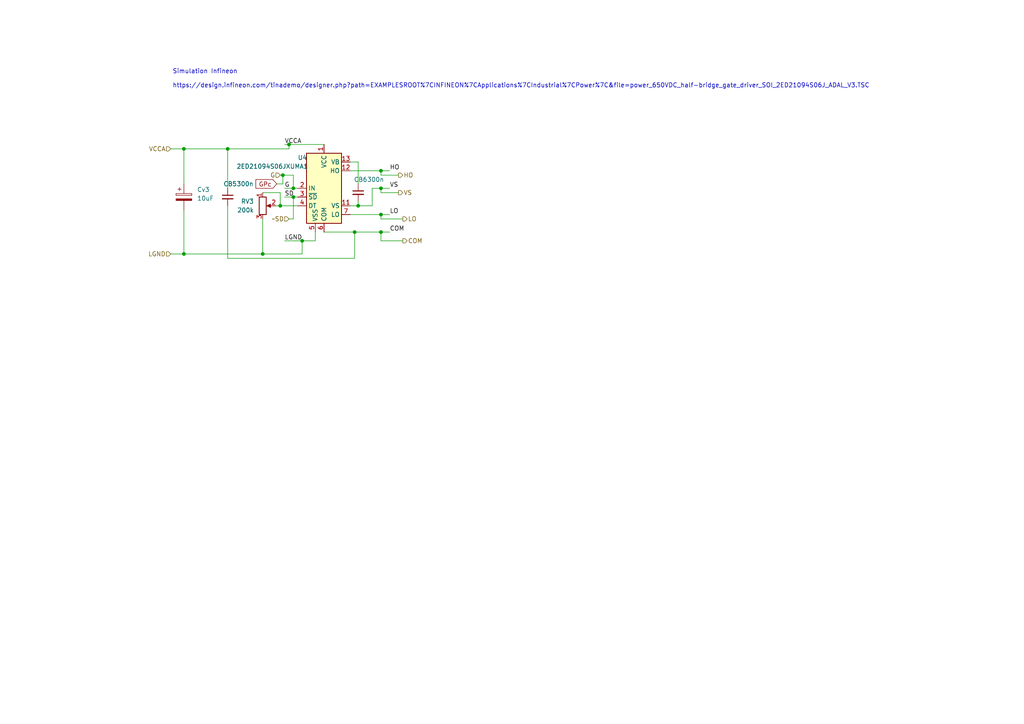
<source format=kicad_sch>
(kicad_sch (version 20211123) (generator eeschema)

  (uuid f2e25a2f-26ab-4a80-97f7-cc541a688707)

  (paper "A4")

  (title_block
    (title "Driver_board 3 phase inverter 6 Channel")
    (date "2022-09-01")
    (rev "2")
    (company "Designed By - Yawar Badri")
    (comment 3 "600V | 1200V | 600V")
  )

  (lib_symbols
    (symbol "Device:C_Polarized" (pin_numbers hide) (pin_names (offset 0.254)) (in_bom yes) (on_board yes)
      (property "Reference" "C" (id 0) (at 0.635 2.54 0)
        (effects (font (size 1.27 1.27)) (justify left))
      )
      (property "Value" "C_Polarized" (id 1) (at 0.635 -2.54 0)
        (effects (font (size 1.27 1.27)) (justify left))
      )
      (property "Footprint" "" (id 2) (at 0.9652 -3.81 0)
        (effects (font (size 1.27 1.27)) hide)
      )
      (property "Datasheet" "~" (id 3) (at 0 0 0)
        (effects (font (size 1.27 1.27)) hide)
      )
      (property "ki_keywords" "cap capacitor" (id 4) (at 0 0 0)
        (effects (font (size 1.27 1.27)) hide)
      )
      (property "ki_description" "Polarized capacitor" (id 5) (at 0 0 0)
        (effects (font (size 1.27 1.27)) hide)
      )
      (property "ki_fp_filters" "CP_*" (id 6) (at 0 0 0)
        (effects (font (size 1.27 1.27)) hide)
      )
      (symbol "C_Polarized_0_1"
        (rectangle (start -2.286 0.508) (end 2.286 1.016)
          (stroke (width 0) (type default) (color 0 0 0 0))
          (fill (type none))
        )
        (polyline
          (pts
            (xy -1.778 2.286)
            (xy -0.762 2.286)
          )
          (stroke (width 0) (type default) (color 0 0 0 0))
          (fill (type none))
        )
        (polyline
          (pts
            (xy -1.27 2.794)
            (xy -1.27 1.778)
          )
          (stroke (width 0) (type default) (color 0 0 0 0))
          (fill (type none))
        )
        (rectangle (start 2.286 -0.508) (end -2.286 -1.016)
          (stroke (width 0) (type default) (color 0 0 0 0))
          (fill (type outline))
        )
      )
      (symbol "C_Polarized_1_1"
        (pin passive line (at 0 3.81 270) (length 2.794)
          (name "~" (effects (font (size 1.27 1.27))))
          (number "1" (effects (font (size 1.27 1.27))))
        )
        (pin passive line (at 0 -3.81 90) (length 2.794)
          (name "~" (effects (font (size 1.27 1.27))))
          (number "2" (effects (font (size 1.27 1.27))))
        )
      )
    )
    (symbol "Device:C_Small" (pin_numbers hide) (pin_names (offset 0.254) hide) (in_bom yes) (on_board yes)
      (property "Reference" "C" (id 0) (at 0.254 1.778 0)
        (effects (font (size 1.27 1.27)) (justify left))
      )
      (property "Value" "C_Small" (id 1) (at 0.254 -2.032 0)
        (effects (font (size 1.27 1.27)) (justify left))
      )
      (property "Footprint" "" (id 2) (at 0 0 0)
        (effects (font (size 1.27 1.27)) hide)
      )
      (property "Datasheet" "~" (id 3) (at 0 0 0)
        (effects (font (size 1.27 1.27)) hide)
      )
      (property "ki_keywords" "capacitor cap" (id 4) (at 0 0 0)
        (effects (font (size 1.27 1.27)) hide)
      )
      (property "ki_description" "Unpolarized capacitor, small symbol" (id 5) (at 0 0 0)
        (effects (font (size 1.27 1.27)) hide)
      )
      (property "ki_fp_filters" "C_*" (id 6) (at 0 0 0)
        (effects (font (size 1.27 1.27)) hide)
      )
      (symbol "C_Small_0_1"
        (polyline
          (pts
            (xy -1.524 -0.508)
            (xy 1.524 -0.508)
          )
          (stroke (width 0.3302) (type default) (color 0 0 0 0))
          (fill (type none))
        )
        (polyline
          (pts
            (xy -1.524 0.508)
            (xy 1.524 0.508)
          )
          (stroke (width 0.3048) (type default) (color 0 0 0 0))
          (fill (type none))
        )
      )
      (symbol "C_Small_1_1"
        (pin passive line (at 0 2.54 270) (length 2.032)
          (name "~" (effects (font (size 1.27 1.27))))
          (number "1" (effects (font (size 1.27 1.27))))
        )
        (pin passive line (at 0 -2.54 90) (length 2.032)
          (name "~" (effects (font (size 1.27 1.27))))
          (number "2" (effects (font (size 1.27 1.27))))
        )
      )
    )
    (symbol "Device:R_Potentiometer" (pin_names (offset 1.016) hide) (in_bom yes) (on_board yes)
      (property "Reference" "RV" (id 0) (at -4.445 0 90)
        (effects (font (size 1.27 1.27)))
      )
      (property "Value" "R_Potentiometer" (id 1) (at -2.54 0 90)
        (effects (font (size 1.27 1.27)))
      )
      (property "Footprint" "" (id 2) (at 0 0 0)
        (effects (font (size 1.27 1.27)) hide)
      )
      (property "Datasheet" "~" (id 3) (at 0 0 0)
        (effects (font (size 1.27 1.27)) hide)
      )
      (property "ki_keywords" "resistor variable" (id 4) (at 0 0 0)
        (effects (font (size 1.27 1.27)) hide)
      )
      (property "ki_description" "Potentiometer" (id 5) (at 0 0 0)
        (effects (font (size 1.27 1.27)) hide)
      )
      (property "ki_fp_filters" "Potentiometer*" (id 6) (at 0 0 0)
        (effects (font (size 1.27 1.27)) hide)
      )
      (symbol "R_Potentiometer_0_1"
        (polyline
          (pts
            (xy 2.54 0)
            (xy 1.524 0)
          )
          (stroke (width 0) (type default) (color 0 0 0 0))
          (fill (type none))
        )
        (polyline
          (pts
            (xy 1.143 0)
            (xy 2.286 0.508)
            (xy 2.286 -0.508)
            (xy 1.143 0)
          )
          (stroke (width 0) (type default) (color 0 0 0 0))
          (fill (type outline))
        )
        (rectangle (start 1.016 2.54) (end -1.016 -2.54)
          (stroke (width 0.254) (type default) (color 0 0 0 0))
          (fill (type none))
        )
      )
      (symbol "R_Potentiometer_1_1"
        (pin passive line (at 0 3.81 270) (length 1.27)
          (name "1" (effects (font (size 1.27 1.27))))
          (number "1" (effects (font (size 1.27 1.27))))
        )
        (pin passive line (at 3.81 0 180) (length 1.27)
          (name "2" (effects (font (size 1.27 1.27))))
          (number "2" (effects (font (size 1.27 1.27))))
        )
        (pin passive line (at 0 -3.81 90) (length 1.27)
          (name "3" (effects (font (size 1.27 1.27))))
          (number "3" (effects (font (size 1.27 1.27))))
        )
      )
    )
    (symbol "Driver_FET:IR21094" (in_bom yes) (on_board yes)
      (property "Reference" "U" (id 0) (at 1.27 13.97 0)
        (effects (font (size 1.27 1.27)) (justify left))
      )
      (property "Value" "IR21094" (id 1) (at 1.27 11.43 0)
        (effects (font (size 1.27 1.27)) (justify left))
      )
      (property "Footprint" "" (id 2) (at 0 0 0)
        (effects (font (size 1.27 1.27) italic) hide)
      )
      (property "Datasheet" "https://www.infineon.com/dgdl/ir2109.pdf?fileId=5546d462533600a4015355c7e85b1679" (id 3) (at 0 0 0)
        (effects (font (size 1.27 1.27)) hide)
      )
      (property "ki_keywords" "Gate Driver" (id 4) (at 0 0 0)
        (effects (font (size 1.27 1.27)) hide)
      )
      (property "ki_description" "Half-Bridge Driver, 600V, 200/350mA, PDIP-14/SOIC-14" (id 5) (at 0 0 0)
        (effects (font (size 1.27 1.27)) hide)
      )
      (property "ki_fp_filters" "SOIC*3.9x8.7mm*P1.27mm* DIP*W7.62mm*" (id 6) (at 0 0 0)
        (effects (font (size 1.27 1.27)) hide)
      )
      (symbol "IR21094_0_1"
        (rectangle (start -5.08 -10.16) (end 5.08 10.16)
          (stroke (width 0.254) (type default) (color 0 0 0 0))
          (fill (type background))
        )
      )
      (symbol "IR21094_1_1"
        (pin power_in line (at 0 12.7 270) (length 2.54)
          (name "VCC" (effects (font (size 1.27 1.27))))
          (number "1" (effects (font (size 1.27 1.27))))
        )
        (pin no_connect line (at -5.08 2.54 0) (length 2.54) hide
          (name "NC" (effects (font (size 1.27 1.27))))
          (number "10" (effects (font (size 1.27 1.27))))
        )
        (pin passive line (at 7.62 -5.08 180) (length 2.54)
          (name "VS" (effects (font (size 1.27 1.27))))
          (number "11" (effects (font (size 1.27 1.27))))
        )
        (pin output line (at 7.62 5.08 180) (length 2.54)
          (name "HO" (effects (font (size 1.27 1.27))))
          (number "12" (effects (font (size 1.27 1.27))))
        )
        (pin passive line (at 7.62 7.62 180) (length 2.54)
          (name "VB" (effects (font (size 1.27 1.27))))
          (number "13" (effects (font (size 1.27 1.27))))
        )
        (pin no_connect line (at 5.08 2.54 180) (length 2.54) hide
          (name "NC" (effects (font (size 1.27 1.27))))
          (number "14" (effects (font (size 1.27 1.27))))
        )
        (pin input line (at -7.62 0 0) (length 2.54)
          (name "IN" (effects (font (size 1.27 1.27))))
          (number "2" (effects (font (size 1.27 1.27))))
        )
        (pin input line (at -7.62 -2.54 0) (length 2.54)
          (name "~{SD}" (effects (font (size 1.27 1.27))))
          (number "3" (effects (font (size 1.27 1.27))))
        )
        (pin input line (at -7.62 -5.08 0) (length 2.54)
          (name "DT" (effects (font (size 1.27 1.27))))
          (number "4" (effects (font (size 1.27 1.27))))
        )
        (pin power_in line (at -2.54 -12.7 90) (length 2.54)
          (name "VSS" (effects (font (size 1.27 1.27))))
          (number "5" (effects (font (size 1.27 1.27))))
        )
        (pin power_in line (at 0 -12.7 90) (length 2.54)
          (name "COM" (effects (font (size 1.27 1.27))))
          (number "6" (effects (font (size 1.27 1.27))))
        )
        (pin output line (at 7.62 -7.62 180) (length 2.54)
          (name "LO" (effects (font (size 1.27 1.27))))
          (number "7" (effects (font (size 1.27 1.27))))
        )
        (pin no_connect line (at -5.08 7.62 0) (length 2.54) hide
          (name "NC" (effects (font (size 1.27 1.27))))
          (number "8" (effects (font (size 1.27 1.27))))
        )
        (pin no_connect line (at -5.08 5.08 0) (length 2.54) hide
          (name "NC" (effects (font (size 1.27 1.27))))
          (number "9" (effects (font (size 1.27 1.27))))
        )
      )
    )
  )

  (junction (at 53.34 73.66) (diameter 0) (color 0 0 0 0)
    (uuid 13ad0646-6752-498d-8217-3e9d7ea8abc5)
  )
  (junction (at 81.28 59.69) (diameter 0) (color 0 0 0 0)
    (uuid 1ad11571-1100-4b9d-90f8-8e8fd499f955)
  )
  (junction (at 103.886 59.69) (diameter 0) (color 0 0 0 0)
    (uuid 2fff460b-46ca-4517-8ba4-184fc49d9675)
  )
  (junction (at 110.49 54.61) (diameter 0) (color 0 0 0 0)
    (uuid 352dba98-21a1-44ca-8543-42ee45c28af9)
  )
  (junction (at 110.49 49.53) (diameter 0) (color 0 0 0 0)
    (uuid 36053f93-f0ea-4fdb-943a-99c5fa977e0f)
  )
  (junction (at 83.82 41.91) (diameter 0) (color 0 0 0 0)
    (uuid 4f6ac24b-3c9c-4ea8-9754-c883b853c3a4)
  )
  (junction (at 85.09 54.61) (diameter 0) (color 0 0 0 0)
    (uuid 7d35ed4e-9b4f-4e13-9c2d-fa6bbb6b0e56)
  )
  (junction (at 76.2 73.66) (diameter 0) (color 0 0 0 0)
    (uuid 997399fd-295e-45f7-b355-4cbad21dc3a8)
  )
  (junction (at 110.49 67.31) (diameter 0) (color 0 0 0 0)
    (uuid a2623c01-0ba0-4cc9-b154-b24b8c9b1cb8)
  )
  (junction (at 53.34 43.18) (diameter 0) (color 0 0 0 0)
    (uuid aed428b2-c571-4bf2-b4cc-f91c49e9847a)
  )
  (junction (at 82.042 50.8) (diameter 0) (color 0 0 0 0)
    (uuid b83c0b65-9035-44f4-9939-bf63baaf6b52)
  )
  (junction (at 102.87 67.31) (diameter 0) (color 0 0 0 0)
    (uuid b9d56d2c-61a5-45f7-8335-a234be5cd865)
  )
  (junction (at 87.63 69.85) (diameter 0) (color 0 0 0 0)
    (uuid c4dc5d82-b8ec-4a86-826f-a76429195f5d)
  )
  (junction (at 110.49 62.23) (diameter 0) (color 0 0 0 0)
    (uuid d67adf12-b566-4ec0-9f6f-99b8a0886159)
  )
  (junction (at 85.09 57.15) (diameter 0) (color 0 0 0 0)
    (uuid ddb5dbcb-5090-4c5e-b5b6-a84e342a4255)
  )
  (junction (at 66.04 43.18) (diameter 0) (color 0 0 0 0)
    (uuid f6e307df-dda4-4d95-be58-8037c949508a)
  )

  (wire (pts (xy 83.82 63.5) (xy 85.09 63.5))
    (stroke (width 0) (type default) (color 0 0 0 0))
    (uuid 00a2b517-a8ec-4ec7-ad9e-e094955e6d40)
  )
  (wire (pts (xy 66.04 74.93) (xy 102.87 74.93))
    (stroke (width 0) (type default) (color 0 0 0 0))
    (uuid 047a3c94-8ee0-4ad2-a891-ef506d026edd)
  )
  (wire (pts (xy 87.63 73.66) (xy 87.63 69.85))
    (stroke (width 0) (type default) (color 0 0 0 0))
    (uuid 05d6e0ba-7e92-438e-a226-d3ea49f635b1)
  )
  (wire (pts (xy 110.49 63.5) (xy 110.49 62.23))
    (stroke (width 0) (type default) (color 0 0 0 0))
    (uuid 090e0038-be81-48e1-b8ce-d30b1d849003)
  )
  (wire (pts (xy 103.886 46.99) (xy 103.886 53.34))
    (stroke (width 0) (type default) (color 0 0 0 0))
    (uuid 09a32a2d-0782-4088-a13b-40c7310c7aa7)
  )
  (wire (pts (xy 85.09 63.5) (xy 85.09 57.15))
    (stroke (width 0) (type default) (color 0 0 0 0))
    (uuid 10a58d08-a5b7-4fcc-99d3-f1d148c66961)
  )
  (wire (pts (xy 102.87 67.31) (xy 110.49 67.31))
    (stroke (width 0) (type default) (color 0 0 0 0))
    (uuid 13109852-4976-4338-b08a-1bac8944fbac)
  )
  (wire (pts (xy 49.53 73.66) (xy 53.34 73.66))
    (stroke (width 0) (type default) (color 0 0 0 0))
    (uuid 192c8f92-6917-48e5-b001-d3c5eafe2bb9)
  )
  (wire (pts (xy 53.34 43.18) (xy 66.04 43.18))
    (stroke (width 0) (type default) (color 0 0 0 0))
    (uuid 1a5b8e2b-52f5-4b7f-94fd-53b8f7b67fcc)
  )
  (wire (pts (xy 101.6 46.99) (xy 103.886 46.99))
    (stroke (width 0) (type default) (color 0 0 0 0))
    (uuid 1d6f32a7-ddf3-45d0-a521-3fad494055ca)
  )
  (wire (pts (xy 116.84 63.5) (xy 110.49 63.5))
    (stroke (width 0) (type default) (color 0 0 0 0))
    (uuid 1da520b3-fcee-469a-8cad-a9e17863f198)
  )
  (wire (pts (xy 110.49 50.8) (xy 110.49 49.53))
    (stroke (width 0) (type default) (color 0 0 0 0))
    (uuid 1eb0e32a-b4e4-45a5-9ee2-1343e8150f2a)
  )
  (wire (pts (xy 116.84 69.85) (xy 110.49 69.85))
    (stroke (width 0) (type default) (color 0 0 0 0))
    (uuid 21785d01-7b85-4f60-8638-d0fc249190d9)
  )
  (wire (pts (xy 115.57 50.8) (xy 110.49 50.8))
    (stroke (width 0) (type default) (color 0 0 0 0))
    (uuid 2c5b27e7-5770-4a6f-bf1c-e1d4108e80bf)
  )
  (wire (pts (xy 53.34 53.34) (xy 53.34 43.18))
    (stroke (width 0) (type default) (color 0 0 0 0))
    (uuid 2f4ff540-4e53-4fa2-96ca-149e938ebf89)
  )
  (wire (pts (xy 66.04 59.69) (xy 66.04 74.93))
    (stroke (width 0) (type default) (color 0 0 0 0))
    (uuid 319252bc-4c48-4462-bc9c-dccaf9f61817)
  )
  (wire (pts (xy 110.49 54.61) (xy 113.03 54.61))
    (stroke (width 0) (type default) (color 0 0 0 0))
    (uuid 33b80eca-0ff9-43d6-b375-4ffaa4b5cc62)
  )
  (wire (pts (xy 80.01 59.69) (xy 81.28 59.69))
    (stroke (width 0) (type default) (color 0 0 0 0))
    (uuid 38b007e2-bb08-4855-8a46-9aab780faa52)
  )
  (wire (pts (xy 53.34 73.66) (xy 76.2 73.66))
    (stroke (width 0) (type default) (color 0 0 0 0))
    (uuid 3ce5066d-1e59-4c1a-86f9-919336f87d7f)
  )
  (wire (pts (xy 81.28 50.8) (xy 82.042 50.8))
    (stroke (width 0) (type default) (color 0 0 0 0))
    (uuid 4e000f0d-4721-48f7-8539-a24b8503aee9)
  )
  (wire (pts (xy 83.82 43.18) (xy 83.82 41.91))
    (stroke (width 0) (type default) (color 0 0 0 0))
    (uuid 4f3fc351-a2e5-4e9a-a032-4d8b5282d657)
  )
  (wire (pts (xy 82.042 53.34) (xy 82.042 50.8))
    (stroke (width 0) (type default) (color 0 0 0 0))
    (uuid 52b7a00f-cb87-403c-b62f-10114bf273fa)
  )
  (wire (pts (xy 85.09 54.61) (xy 86.36 54.61))
    (stroke (width 0) (type default) (color 0 0 0 0))
    (uuid 5307530a-9800-463b-8cec-0cc697c5f06a)
  )
  (wire (pts (xy 103.886 59.69) (xy 107.95 59.69))
    (stroke (width 0) (type default) (color 0 0 0 0))
    (uuid 537343b3-e81d-40f5-9597-c2d31637083d)
  )
  (wire (pts (xy 93.98 67.31) (xy 102.87 67.31))
    (stroke (width 0) (type default) (color 0 0 0 0))
    (uuid 5df3e23a-bf25-4ee1-8199-7d30996eecaf)
  )
  (wire (pts (xy 76.2 63.5) (xy 76.2 73.66))
    (stroke (width 0) (type default) (color 0 0 0 0))
    (uuid 62cc65bd-1ded-4338-92e2-445dde5a81c7)
  )
  (wire (pts (xy 87.63 69.85) (xy 91.44 69.85))
    (stroke (width 0) (type default) (color 0 0 0 0))
    (uuid 7728e0c0-7d79-4125-a90e-18fac883d57c)
  )
  (wire (pts (xy 85.09 57.15) (xy 82.55 57.15))
    (stroke (width 0) (type default) (color 0 0 0 0))
    (uuid 7847a0c0-802b-40db-8cbb-ce9858ae1430)
  )
  (wire (pts (xy 80.264 53.34) (xy 82.042 53.34))
    (stroke (width 0) (type default) (color 0 0 0 0))
    (uuid 7a5ac266-f448-470f-a33f-70cf47e41242)
  )
  (wire (pts (xy 66.04 43.18) (xy 83.82 43.18))
    (stroke (width 0) (type default) (color 0 0 0 0))
    (uuid 82820871-b925-43a4-a4f1-25daaaddfc60)
  )
  (wire (pts (xy 82.55 69.85) (xy 87.63 69.85))
    (stroke (width 0) (type default) (color 0 0 0 0))
    (uuid 850c5a54-03fb-4815-b22a-042d53bbd5b3)
  )
  (wire (pts (xy 110.49 55.88) (xy 110.49 54.61))
    (stroke (width 0) (type default) (color 0 0 0 0))
    (uuid 8ca294bd-ad97-4422-b9c2-a661437d4afc)
  )
  (wire (pts (xy 110.49 69.85) (xy 110.49 67.31))
    (stroke (width 0) (type default) (color 0 0 0 0))
    (uuid 91f792eb-0547-45e0-9535-69791f0227d9)
  )
  (wire (pts (xy 91.44 67.31) (xy 91.44 69.85))
    (stroke (width 0) (type default) (color 0 0 0 0))
    (uuid 96455191-f411-4b68-b98b-9ce64e1716cf)
  )
  (wire (pts (xy 86.36 57.15) (xy 85.09 57.15))
    (stroke (width 0) (type default) (color 0 0 0 0))
    (uuid 993f1204-acd8-427c-91c0-4d5573b1a10c)
  )
  (wire (pts (xy 81.28 55.88) (xy 81.28 59.69))
    (stroke (width 0) (type default) (color 0 0 0 0))
    (uuid 9b67eaf0-5e6d-4518-8933-700e16dc170c)
  )
  (wire (pts (xy 110.49 62.23) (xy 113.03 62.23))
    (stroke (width 0) (type default) (color 0 0 0 0))
    (uuid a37f2ebe-87ee-4a71-ae75-07325a8a3525)
  )
  (wire (pts (xy 110.49 67.31) (xy 113.03 67.31))
    (stroke (width 0) (type default) (color 0 0 0 0))
    (uuid a46bee34-591e-4d0f-9e12-0a85b31c884b)
  )
  (wire (pts (xy 83.82 41.91) (xy 93.98 41.91))
    (stroke (width 0) (type default) (color 0 0 0 0))
    (uuid b29a1691-569c-43b1-be20-2b717ec4dd4f)
  )
  (wire (pts (xy 107.95 59.69) (xy 107.95 54.61))
    (stroke (width 0) (type default) (color 0 0 0 0))
    (uuid b5828fc9-fff8-4e25-8bfd-606faaba665f)
  )
  (wire (pts (xy 66.04 54.61) (xy 66.04 43.18))
    (stroke (width 0) (type default) (color 0 0 0 0))
    (uuid b77f7bd6-931f-42b7-92b3-ded0bed740b9)
  )
  (wire (pts (xy 101.6 59.69) (xy 103.886 59.69))
    (stroke (width 0) (type default) (color 0 0 0 0))
    (uuid bb8908af-c1a9-4cd6-a5c7-939d89537f6b)
  )
  (wire (pts (xy 49.53 43.18) (xy 53.34 43.18))
    (stroke (width 0) (type default) (color 0 0 0 0))
    (uuid ca35189e-7f62-41fd-b7a8-bdc16f291640)
  )
  (wire (pts (xy 115.57 55.88) (xy 110.49 55.88))
    (stroke (width 0) (type default) (color 0 0 0 0))
    (uuid cb74d270-0e65-4feb-b249-6e6979ca2a2f)
  )
  (wire (pts (xy 82.55 54.61) (xy 85.09 54.61))
    (stroke (width 0) (type default) (color 0 0 0 0))
    (uuid cb9daacc-cdf2-46a3-8880-e75e0332dc7b)
  )
  (wire (pts (xy 107.95 54.61) (xy 110.49 54.61))
    (stroke (width 0) (type default) (color 0 0 0 0))
    (uuid d9aba136-62bf-494c-8eb6-74d3a2e6bf75)
  )
  (wire (pts (xy 53.34 60.96) (xy 53.34 73.66))
    (stroke (width 0) (type default) (color 0 0 0 0))
    (uuid e00a7755-1339-4d0e-aa98-d26c0bbf690b)
  )
  (wire (pts (xy 76.2 55.88) (xy 81.28 55.88))
    (stroke (width 0) (type default) (color 0 0 0 0))
    (uuid e3414ca8-5f45-43d5-82ef-a5a75a6ecd8e)
  )
  (wire (pts (xy 81.28 59.69) (xy 86.36 59.69))
    (stroke (width 0) (type default) (color 0 0 0 0))
    (uuid e38b45b2-6f46-4b92-89bf-fc86b6a1ad18)
  )
  (wire (pts (xy 82.55 41.91) (xy 83.82 41.91))
    (stroke (width 0) (type default) (color 0 0 0 0))
    (uuid e3e2e4d7-1bdd-43b4-8f7c-65635039b2be)
  )
  (wire (pts (xy 102.87 74.93) (xy 102.87 67.31))
    (stroke (width 0) (type default) (color 0 0 0 0))
    (uuid e502d5d2-0416-4e48-a1cf-c60e27baf7b4)
  )
  (wire (pts (xy 85.09 50.8) (xy 85.09 54.61))
    (stroke (width 0) (type default) (color 0 0 0 0))
    (uuid f2874e5e-4499-4115-bf64-2030dabca0c8)
  )
  (wire (pts (xy 82.042 50.8) (xy 85.09 50.8))
    (stroke (width 0) (type default) (color 0 0 0 0))
    (uuid f3809b97-e1da-4ef0-9637-e31738157da5)
  )
  (wire (pts (xy 103.886 58.42) (xy 103.886 59.69))
    (stroke (width 0) (type default) (color 0 0 0 0))
    (uuid f5aecf47-78cb-4e05-8696-d3fccac6f6b3)
  )
  (wire (pts (xy 101.6 62.23) (xy 110.49 62.23))
    (stroke (width 0) (type default) (color 0 0 0 0))
    (uuid f7e8541c-ab90-4c31-988e-e831c563a529)
  )
  (wire (pts (xy 76.2 73.66) (xy 87.63 73.66))
    (stroke (width 0) (type default) (color 0 0 0 0))
    (uuid fad45f37-f352-402d-975a-b3654b65bcde)
  )
  (wire (pts (xy 110.49 49.53) (xy 113.03 49.53))
    (stroke (width 0) (type default) (color 0 0 0 0))
    (uuid fcc4840a-9cb4-4d34-8341-d678a3a1cfaa)
  )
  (wire (pts (xy 101.6 49.53) (xy 110.49 49.53))
    (stroke (width 0) (type default) (color 0 0 0 0))
    (uuid fd9f55c9-5341-4698-a186-9f1f9857fbac)
  )

  (text "Simulation Infineon\n\nhttps://design.infineon.com/tinademo/designer.php?path=EXAMPLESROOT%7CINFINEON%7CApplications%7CIndustrial%7CPower%7C&file=power_650VDC_half-bridge_gate_driver_SOI_2ED21094S06J_ADAL_V3.TSC"
    (at 50.038 25.654 0)
    (effects (font (size 1.27 1.27)) (justify left bottom))
    (uuid a7238158-65ba-455c-8135-52c51fb0ba0f)
  )

  (label "SD" (at 82.55 57.15 0)
    (effects (font (size 1.27 1.27)) (justify left bottom))
    (uuid 6e6b4546-91cd-46f1-aadb-8a5dcf1a5504)
  )
  (label "VCCA" (at 82.55 41.91 0)
    (effects (font (size 1.27 1.27)) (justify left bottom))
    (uuid 8040e6cc-3a1f-4920-a27b-ec8d9f200df7)
  )
  (label "COM" (at 113.03 67.31 0)
    (effects (font (size 1.27 1.27)) (justify left bottom))
    (uuid 889f65ce-5c5b-4b07-abff-c0ebe7463fb9)
  )
  (label "LO" (at 113.03 62.23 0)
    (effects (font (size 1.27 1.27)) (justify left bottom))
    (uuid aa786a45-6caa-414a-ad80-8f5b4928652f)
  )
  (label "HO" (at 113.03 49.53 0)
    (effects (font (size 1.27 1.27)) (justify left bottom))
    (uuid c6099708-ad18-4ca0-8362-0511d6cf6394)
  )
  (label "LGND" (at 82.55 69.85 0)
    (effects (font (size 1.27 1.27)) (justify left bottom))
    (uuid f4522eb5-1274-4565-af85-702ae87884ee)
  )
  (label "G" (at 82.55 54.61 0)
    (effects (font (size 1.27 1.27)) (justify left bottom))
    (uuid f4c99ecf-5d00-4a0a-b22e-fe23b4653277)
  )
  (label "VS" (at 113.03 54.61 0)
    (effects (font (size 1.27 1.27)) (justify left bottom))
    (uuid ff80cb9c-8edf-4865-a8c9-f6eb5a41c382)
  )

  (global_label "GPc" (shape input) (at 80.264 53.34 180) (fields_autoplaced)
    (effects (font (size 1.27 1.27)) (justify right))
    (uuid f7ded6d8-a239-4f4f-84f0-39fb586de53c)
    (property "Intersheet References" "${INTERSHEET_REFS}" (id 0) (at 74.2223 53.2606 0)
      (effects (font (size 1.27 1.27)) (justify right) hide)
    )
  )

  (hierarchical_label "VCCA" (shape input) (at 49.53 43.18 180)
    (effects (font (size 1.27 1.27)) (justify right))
    (uuid 258d5a55-de16-4c31-9102-8eb4678be1b7)
  )
  (hierarchical_label "COM" (shape output) (at 116.84 69.85 0)
    (effects (font (size 1.27 1.27)) (justify left))
    (uuid 47911742-c092-416b-a1b8-d6a6e2de647e)
  )
  (hierarchical_label "HO" (shape output) (at 115.57 50.8 0)
    (effects (font (size 1.27 1.27)) (justify left))
    (uuid 796cd76b-bab0-4bf5-967a-a7a3ee7c7f4d)
  )
  (hierarchical_label "LO" (shape output) (at 116.84 63.5 0)
    (effects (font (size 1.27 1.27)) (justify left))
    (uuid 91f053f1-6d6d-4b46-98fb-23a068488325)
  )
  (hierarchical_label "~SD" (shape input) (at 83.82 63.5 180)
    (effects (font (size 1.27 1.27)) (justify right))
    (uuid 93ed370a-3fb6-43f3-a785-1461db0f7c8a)
  )
  (hierarchical_label "G" (shape input) (at 81.28 50.8 180)
    (effects (font (size 1.27 1.27)) (justify right))
    (uuid a01b6225-5657-452f-8ede-10676b9fe61c)
  )
  (hierarchical_label "LGND" (shape input) (at 49.53 73.66 180)
    (effects (font (size 1.27 1.27)) (justify right))
    (uuid c32ed7d1-f738-40eb-98b6-2dd5e9dafe10)
  )
  (hierarchical_label "VS" (shape output) (at 115.57 55.88 0)
    (effects (font (size 1.27 1.27)) (justify left))
    (uuid d9c45d8e-c9ab-4e97-b22e-5ed5a752ce7b)
  )

  (symbol (lib_id "Driver_FET:IR21094") (at 93.98 54.61 0) (unit 1)
    (in_bom yes) (on_board yes)
    (uuid 563fe94d-94ab-4301-a580-966e05feea80)
    (property "Reference" "U4" (id 0) (at 86.36 45.72 0)
      (effects (font (size 1.27 1.27)) (justify left))
    )
    (property "Value" "2ED21094S06JXUMA1" (id 1) (at 68.58 48.26 0)
      (effects (font (size 1.27 1.27)) (justify left))
    )
    (property "Footprint" "Package_SO:SOIC-14_3.9x8.7mm_P1.27mm" (id 2) (at 93.98 54.61 0)
      (effects (font (size 1.27 1.27) italic) hide)
    )
    (property "Datasheet" "https://www.infineon.com/dgdl/Infineon-2ED2109-4-S06F-J-DataSheet-v02_31-EN.pdf?fileId=5546d4626cb27db2016cb8d7493e29eb" (id 3) (at 93.98 54.61 0)
      (effects (font (size 1.27 1.27)) hide)
    )
    (property "LCSC part No." "C537551" (id 4) (at 93.98 54.61 0)
      (effects (font (size 1.27 1.27)) hide)
    )
    (property "Digikey" "https://www.digikey.in/en/products/detail/infineon-technologies/2ED21094S06JXUMA1/10822763?mfg=448" (id 5) (at 93.98 54.61 0)
      (effects (font (size 1.27 1.27)) hide)
    )
    (property "Cost" "250 INR" (id 6) (at 93.98 54.61 0)
      (effects (font (size 1.27 1.27)) hide)
    )
    (property "Tanotis" "https://www.tanotis.com/products/infineon-2ed21094s06jxuma1-gate-driver-1-channels-half-bridge-igbt-mosfet-14-pins-soic-non-inverting" (id 7) (at 93.98 54.61 0)
      (effects (font (size 1.27 1.27)) hide)
    )
    (pin "1" (uuid b069a59d-78d9-4cfd-880f-9697448ce23e))
    (pin "10" (uuid 5fb718ee-a7ed-4b57-b3ef-0dcd399d5298))
    (pin "11" (uuid fb7f987b-4419-4fdf-9da6-fba7375bf63b))
    (pin "12" (uuid 02f621ce-5e52-43c9-b9f8-601f6eea707a))
    (pin "13" (uuid 2576543c-e7a5-4aae-a17f-80828040c25a))
    (pin "14" (uuid 06b4e0f6-75a5-4e95-bb1a-70267560ca2b))
    (pin "2" (uuid aaa8d7e5-cbda-48ff-b159-69fa8f401e32))
    (pin "3" (uuid 2ebd5731-378f-4966-9ba9-02826fd86b47))
    (pin "4" (uuid 37cb822f-dd94-40a6-8119-1bfcea0ca95f))
    (pin "5" (uuid f658fb73-0bab-4315-8c21-34f20d6934cb))
    (pin "6" (uuid 88fdf0a9-542f-4e0d-a958-16794fdf230a))
    (pin "7" (uuid 5acfc477-b4e7-47b4-b3ed-0a26e23719b8))
    (pin "8" (uuid 4134dfac-a6b8-426f-89ab-9e8f7c473612))
    (pin "9" (uuid 948b0796-23fe-4ec6-98aa-2e02bb8d46ee))
  )

  (symbol (lib_id "Device:C_Small") (at 66.04 57.15 0) (unit 1)
    (in_bom yes) (on_board yes)
    (uuid 5eb352a3-1b4e-4874-89ad-50bc40952ba3)
    (property "Reference" "CB5" (id 0) (at 64.77 53.34 0)
      (effects (font (size 1.27 1.27)) (justify left))
    )
    (property "Value" "300n" (id 1) (at 68.58 53.34 0)
      (effects (font (size 1.27 1.27)) (justify left))
    )
    (property "Footprint" "Capacitor_THT:C_Axial_L3.8mm_D2.6mm_P7.50mm_Horizontal" (id 2) (at 66.04 57.15 0)
      (effects (font (size 1.27 1.27)) hide)
    )
    (property "Datasheet" "~" (id 3) (at 66.04 57.15 0)
      (effects (font (size 1.27 1.27)) hide)
    )
    (pin "1" (uuid 2cb0cc19-206c-407a-98e9-16b071f59c05))
    (pin "2" (uuid 20511b4a-7e6b-4bcb-be77-57ab9835337a))
  )

  (symbol (lib_id "Device:C_Polarized") (at 53.34 57.15 0) (unit 1)
    (in_bom yes) (on_board yes) (fields_autoplaced)
    (uuid 610daaff-15ce-437c-9c0a-fbdb440df3dd)
    (property "Reference" "Cv3" (id 0) (at 57.15 54.9909 0)
      (effects (font (size 1.27 1.27)) (justify left))
    )
    (property "Value" "10uF" (id 1) (at 57.15 57.5309 0)
      (effects (font (size 1.27 1.27)) (justify left))
    )
    (property "Footprint" "Capacitor_THT:CP_Radial_D8.0mm_P2.50mm" (id 2) (at 54.3052 60.96 0)
      (effects (font (size 1.27 1.27)) hide)
    )
    (property "Datasheet" "~" (id 3) (at 53.34 57.15 0)
      (effects (font (size 1.27 1.27)) hide)
    )
    (property "Link" "https://www.tanotis.com/products/multicomp-1n4746a-zener-diode-1w-18v-do-41" (id 4) (at 53.34 57.15 0)
      (effects (font (size 1.27 1.27)) hide)
    )
    (property "P ID" "1N4746A" (id 5) (at 53.34 57.15 0)
      (effects (font (size 1.27 1.27)) hide)
    )
    (property "Tanotis" "₹ https://www.tanotis.com/products/multicomp-1n4746a-zener-diode-1w-18v-do-41" (id 6) (at 53.34 57.15 0)
      (effects (font (size 1.27 1.27)) hide)
    )
    (pin "1" (uuid 2b95c9fe-625b-4a1f-86c4-43e60cdcbbed))
    (pin "2" (uuid 8707856a-e069-4a4f-964e-2ac0962f4f0a))
  )

  (symbol (lib_id "Device:C_Small") (at 103.886 55.88 0) (unit 1)
    (in_bom yes) (on_board yes)
    (uuid 790c81c9-1f05-49ab-956c-0585b48e237c)
    (property "Reference" "CB6" (id 0) (at 102.616 52.07 0)
      (effects (font (size 1.27 1.27)) (justify left))
    )
    (property "Value" "300n" (id 1) (at 106.426 52.07 0)
      (effects (font (size 1.27 1.27)) (justify left))
    )
    (property "Footprint" "Capacitor_THT:C_Axial_L3.8mm_D2.6mm_P7.50mm_Horizontal" (id 2) (at 103.886 55.88 0)
      (effects (font (size 1.27 1.27)) hide)
    )
    (property "Datasheet" "~" (id 3) (at 103.886 55.88 0)
      (effects (font (size 1.27 1.27)) hide)
    )
    (pin "1" (uuid bb4e39d3-5d5e-4a7b-b879-5dc13a05510a))
    (pin "2" (uuid 70eb0311-6a88-41ff-bece-5f0fdea95c8b))
  )

  (symbol (lib_id "Device:R_Potentiometer") (at 76.2 59.69 0) (unit 1)
    (in_bom yes) (on_board yes) (fields_autoplaced)
    (uuid 8e49dc1d-764c-4f88-9aef-c517613138de)
    (property "Reference" "RV3" (id 0) (at 73.66 58.4199 0)
      (effects (font (size 1.27 1.27)) (justify right))
    )
    (property "Value" "200k" (id 1) (at 73.66 60.9599 0)
      (effects (font (size 1.27 1.27)) (justify right))
    )
    (property "Footprint" "Potentiometer_THT:Potentiometer_Bourns_3296W_Vertical" (id 2) (at 76.2 59.69 0)
      (effects (font (size 1.27 1.27)) hide)
    )
    (property "Datasheet" "~" (id 3) (at 76.2 59.69 0)
      (effects (font (size 1.27 1.27)) hide)
    )
    (pin "1" (uuid 4e948c1f-b5ce-40e7-b27c-4cf4c2342dfc))
    (pin "2" (uuid 703e6bcb-cb10-4a3b-ac85-69b436f61de2))
    (pin "3" (uuid 8a259341-1424-4472-b105-444d9885c43e))
  )
)

</source>
